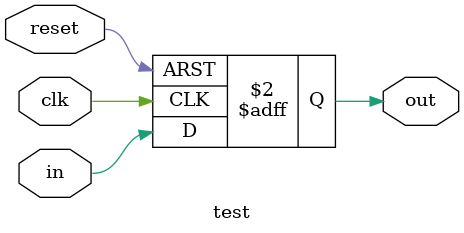
<source format=v>
module test(input  in,  input clk,  reset, output reg out);
always @(negedge clk, posedge reset)
    if(reset) out <= 1'b0;
	else out <= in;
endmodule	

</source>
